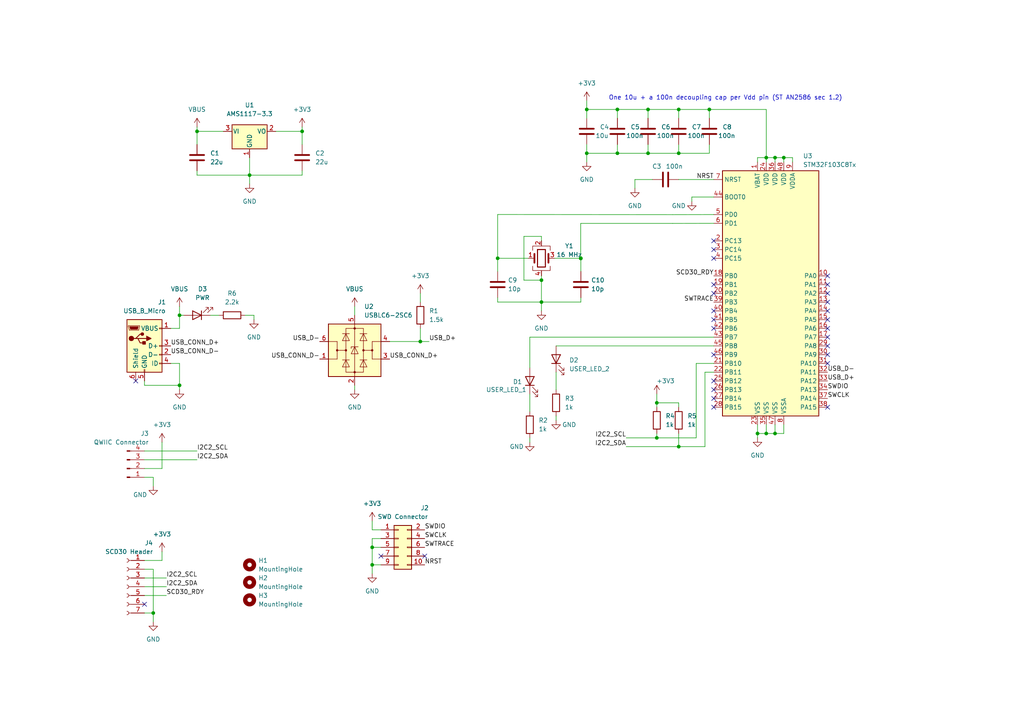
<source format=kicad_sch>
(kicad_sch (version 20211123) (generator eeschema)
  (paper "A4")
  (lib_symbols
    (symbol "Connector:Conn_01x04_Male" (pin_names (offset 1.016) hide)
      (property "Reference" "J" (at 0 5.08 0))
      (property "Value" "Conn_01x04_Male" (at 0 -7.62 0))
      (symbol "Conn_01x04_Male_1_1"
        (polyline (pts (xy 1.27 -5.08) (xy 0.8636 -5.08)) (stroke (width 0.1524)))
        (polyline (pts (xy 1.27 -2.54) (xy 0.8636 -2.54)) (stroke (width 0.1524)))
        (polyline (pts (xy 1.27 0) (xy 0.8636 0)) (stroke (width 0.1524)))
        (polyline (pts (xy 1.27 2.54) (xy 0.8636 2.54)) (stroke (width 0.1524)))
        (rectangle (start 0.8636 -4.953) (end 0 -5.207) (stroke (width 0.1524)) (fill (type outline)))
        (rectangle (start 0.8636 -2.413) (end 0 -2.667) (stroke (width 0.1524)) (fill (type outline)))
        (rectangle (start 0.8636 0.127) (end 0 -0.127) (stroke (width 0.1524)) (fill (type outline)))
        (rectangle (start 0.8636 2.667) (end 0 2.413) (stroke (width 0.1524)) (fill (type outline)))
        (pin passive line (at 5.08 2.54 180) (length 3.81) (name "Pin_1") (number "1"))
        (pin passive line (at 5.08 0 180) (length 3.81) (name "Pin_2") (number "2"))
        (pin passive line (at 5.08 -2.54 180) (length 3.81) (name "Pin_3") (number "3"))
        (pin passive line (at 5.08 -5.08 180) (length 3.81) (name "Pin_4") (number "4"))
      )
    )
    (symbol "Connector:Conn_01x07_Female" (pin_names (offset 1.016) hide)
      (property "Reference" "J" (at 0 10.16 0))
      (property "Value" "Conn_01x07_Female" (at 0 -10.16 0))
      (symbol "Conn_01x07_Female_1_1"
        (arc (start 0 -7.112) (mid -0.508 -7.62) (end 0 -8.128) (stroke (width 0.1524)))
        (arc (start 0 -4.572) (mid -0.508 -5.08) (end 0 -5.588) (stroke (width 0.1524)))
        (arc (start 0 -2.032) (mid -0.508 -2.54) (end 0 -3.048) (stroke (width 0.1524)))
        (polyline (pts (xy -1.27 -7.62) (xy -0.508 -7.62)) (stroke (width 0.1524)))
        (polyline (pts (xy -1.27 -5.08) (xy -0.508 -5.08)) (stroke (width 0.1524)))
        (polyline (pts (xy -1.27 -2.54) (xy -0.508 -2.54)) (stroke (width 0.1524)))
        (polyline (pts (xy -1.27 0) (xy -0.508 0)) (stroke (width 0.1524)))
        (polyline (pts (xy -1.27 2.54) (xy -0.508 2.54)) (stroke (width 0.1524)))
        (polyline (pts (xy -1.27 5.08) (xy -0.508 5.08)) (stroke (width 0.1524)))
        (polyline (pts (xy -1.27 7.62) (xy -0.508 7.62)) (stroke (width 0.1524)))
        (arc (start 0 0.508) (mid -0.508 0) (end 0 -0.508) (stroke (width 0.1524)))
        (arc (start 0 3.048) (mid -0.508 2.54) (end 0 2.032) (stroke (width 0.1524)))
        (arc (start 0 5.588) (mid -0.508 5.08) (end 0 4.572) (stroke (width 0.1524)))
        (arc (start 0 8.128) (mid -0.508 7.62) (end 0 7.112) (stroke (width 0.1524)))
        (pin passive line (at -5.08 7.62 0) (length 3.81) (name "Pin_1") (number "1"))
        (pin passive line (at -5.08 5.08 0) (length 3.81) (name "Pin_2") (number "2"))
        (pin passive line (at -5.08 2.54 0) (length 3.81) (name "Pin_3") (number "3"))
        (pin passive line (at -5.08 0 0) (length 3.81) (name "Pin_4") (number "4"))
        (pin passive line (at -5.08 -2.54 0) (length 3.81) (name "Pin_5") (number "5"))
        (pin passive line (at -5.08 -5.08 0) (length 3.81) (name "Pin_6") (number "6"))
        (pin passive line (at -5.08 -7.62 0) (length 3.81) (name "Pin_7") (number "7"))
      )
    )
    (symbol "Connector:USB_B_Micro" (pin_names (offset 1.016))
      (property "Reference" "J" (at -5.08 11.43 0))
      (property "Value" "USB_B_Micro" (at -5.08 8.89 0))
      (symbol "USB_B_Micro_0_1"
        (rectangle (start -5.08 -7.62) (end 5.08 7.62) (stroke (width 0.254)) (fill (type background)))
        (circle (center -3.81 2.159) (radius 0.635) (stroke (width 0.254)) (fill (type outline)))
        (circle (center -0.635 3.429) (radius 0.381) (stroke (width 0.254)) (fill (type outline)))
        (rectangle (start -0.127 -7.62) (end 0.127 -6.858))
        (polyline (pts (xy -1.905 2.159) (xy 0.635 2.159)) (stroke (width 0.254)))
        (polyline (pts (xy -3.175 2.159) (xy -2.54 2.159) (xy -1.27 3.429) (xy -0.635 3.429)) (stroke (width 0.254)))
        (polyline (pts (xy -2.54 2.159) (xy -1.905 2.159) (xy -1.27 0.889) (xy 0 0.889)) (stroke (width 0.254)))
        (polyline (pts (xy 0.635 2.794) (xy 0.635 1.524) (xy 1.905 2.159) (xy 0.635 2.794)) (stroke (width 0.254)) (fill (type outline)))
        (polyline (pts (xy -4.318 5.588) (xy -1.778 5.588) (xy -2.032 4.826) (xy -4.064 4.826) (xy -4.318 5.588)) (fill (type outline)))
        (polyline (pts (xy -4.699 5.842) (xy -4.699 5.588) (xy -4.445 4.826) (xy -4.445 4.572) (xy -1.651 4.572) (xy -1.651 4.826) (xy -1.397 5.588) (xy -1.397 5.842) (xy -4.699 5.842)))
        (rectangle (start 0.254 1.27) (end -0.508 0.508) (stroke (width 0.254)) (fill (type outline)))
        (rectangle (start 5.08 -5.207) (end 4.318 -4.953))
        (rectangle (start 5.08 -2.667) (end 4.318 -2.413))
        (rectangle (start 5.08 -0.127) (end 4.318 0.127))
        (rectangle (start 5.08 4.953) (end 4.318 5.207))
      )
      (symbol "USB_B_Micro_1_1"
        (pin power_out line (at 7.62 5.08 180) (length 2.54) (name "VBUS") (number "1"))
        (pin bidirectional line (at 7.62 -2.54 180) (length 2.54) (name "D-") (number "2"))
        (pin bidirectional line (at 7.62 0 180) (length 2.54) (name "D+") (number "3"))
        (pin passive line (at 7.62 -5.08 180) (length 2.54) (name "ID") (number "4"))
        (pin power_out line (at 0 -10.16 90) (length 2.54) (name "GND") (number "5"))
        (pin passive line (at -2.54 -10.16 90) (length 2.54) (name "Shield") (number "6"))
      )
    )
    (symbol "Connector_Generic:Conn_02x05_Odd_Even" (pin_names (offset 1.016) hide)
      (property "Reference" "J" (at 1.27 7.62 0))
      (property "Value" "Conn_02x05_Odd_Even" (at 1.27 -7.62 0))
      (symbol "Conn_02x05_Odd_Even_1_1"
        (rectangle (start -1.27 -4.953) (end 0 -5.207) (stroke (width 0.1524)))
        (rectangle (start -1.27 -2.413) (end 0 -2.667) (stroke (width 0.1524)))
        (rectangle (start -1.27 0.127) (end 0 -0.127) (stroke (width 0.1524)))
        (rectangle (start -1.27 2.667) (end 0 2.413) (stroke (width 0.1524)))
        (rectangle (start -1.27 5.207) (end 0 4.953) (stroke (width 0.1524)))
        (rectangle (start -1.27 6.35) (end 3.81 -6.35) (stroke (width 0.254)) (fill (type background)))
        (rectangle (start 3.81 -4.953) (end 2.54 -5.207) (stroke (width 0.1524)))
        (rectangle (start 3.81 -2.413) (end 2.54 -2.667) (stroke (width 0.1524)))
        (rectangle (start 3.81 0.127) (end 2.54 -0.127) (stroke (width 0.1524)))
        (rectangle (start 3.81 2.667) (end 2.54 2.413) (stroke (width 0.1524)))
        (rectangle (start 3.81 5.207) (end 2.54 4.953) (stroke (width 0.1524)))
        (pin passive line (at -5.08 5.08 0) (length 3.81) (name "Pin_1") (number "1"))
        (pin passive line (at 7.62 -5.08 180) (length 3.81) (name "Pin_10") (number "10"))
        (pin passive line (at 7.62 5.08 180) (length 3.81) (name "Pin_2") (number "2"))
        (pin passive line (at -5.08 2.54 0) (length 3.81) (name "Pin_3") (number "3"))
        (pin passive line (at 7.62 2.54 180) (length 3.81) (name "Pin_4") (number "4"))
        (pin passive line (at -5.08 0 0) (length 3.81) (name "Pin_5") (number "5"))
        (pin passive line (at 7.62 0 180) (length 3.81) (name "Pin_6") (number "6"))
        (pin passive line (at -5.08 -2.54 0) (length 3.81) (name "Pin_7") (number "7"))
        (pin passive line (at 7.62 -2.54 180) (length 3.81) (name "Pin_8") (number "8"))
        (pin passive line (at -5.08 -5.08 0) (length 3.81) (name "Pin_9") (number "9"))
      )
    )
    (symbol "Device:C" (pin_numbers hide) (pin_names (offset 0.254))
      (property "Reference" "C" (at 0.635 2.54 0))
      (property "Value" "C" (at 0.635 -2.54 0))
      (symbol "C_0_1"
        (polyline (pts (xy -2.032 -0.762) (xy 2.032 -0.762)) (stroke (width 0.508)))
        (polyline (pts (xy -2.032 0.762) (xy 2.032 0.762)) (stroke (width 0.508)))
      )
      (symbol "C_1_1"
        (pin passive line (at 0 3.81 270) (length 2.794) (name "~") (number "1"))
        (pin passive line (at 0 -3.81 90) (length 2.794) (name "~") (number "2"))
      )
    )
    (symbol "Device:Crystal_GND24" (pin_names (offset 1.016) hide)
      (property "Reference" "Y" (at 3.175 5.08 0))
      (property "Value" "Crystal_GND24" (at 3.175 3.175 0))
      (symbol "Crystal_GND24_0_1"
        (rectangle (start -1.143 2.54) (end 1.143 -2.54) (stroke (width 0.3048)))
        (polyline (pts (xy -2.54 0) (xy -2.032 0)))
        (polyline (pts (xy -2.032 -1.27) (xy -2.032 1.27)) (stroke (width 0.508)))
        (polyline (pts (xy 0 -3.81) (xy 0 -3.556)))
        (polyline (pts (xy 0 3.556) (xy 0 3.81)))
        (polyline (pts (xy 2.032 -1.27) (xy 2.032 1.27)) (stroke (width 0.508)))
        (polyline (pts (xy 2.032 0) (xy 2.54 0)))
        (polyline (pts (xy -2.54 -2.286) (xy -2.54 -3.556) (xy 2.54 -3.556) (xy 2.54 -2.286)))
        (polyline (pts (xy -2.54 2.286) (xy -2.54 3.556) (xy 2.54 3.556) (xy 2.54 2.286)))
      )
      (symbol "Crystal_GND24_1_1"
        (pin passive line (at -3.81 0 0) (length 1.27) (name "1") (number "1"))
        (pin passive line (at 0 5.08 270) (length 1.27) (name "2") (number "2"))
        (pin passive line (at 3.81 0 180) (length 1.27) (name "3") (number "3"))
        (pin passive line (at 0 -5.08 90) (length 1.27) (name "4") (number "4"))
      )
    )
    (symbol "Device:LED" (pin_numbers hide) (pin_names (offset 1.016) hide)
      (property "Reference" "D" (at 0 2.54 0))
      (property "Value" "LED" (at 0 -2.54 0))
      (symbol "LED_0_1"
        (polyline (pts (xy -1.27 -1.27) (xy -1.27 1.27)) (stroke (width 0.254)))
        (polyline (pts (xy -1.27 0) (xy 1.27 0)))
        (polyline (pts (xy 1.27 -1.27) (xy 1.27 1.27) (xy -1.27 0) (xy 1.27 -1.27)) (stroke (width 0.254)))
        (polyline (pts (xy -3.048 -0.762) (xy -4.572 -2.286) (xy -3.81 -2.286) (xy -4.572 -2.286) (xy -4.572 -1.524)))
        (polyline (pts (xy -1.778 -0.762) (xy -3.302 -2.286) (xy -2.54 -2.286) (xy -3.302 -2.286) (xy -3.302 -1.524)))
      )
      (symbol "LED_1_1"
        (pin passive line (at -3.81 0 0) (length 2.54) (name "K") (number "1"))
        (pin passive line (at 3.81 0 180) (length 2.54) (name "A") (number "2"))
      )
    )
    (symbol "Device:R" (pin_numbers hide) (pin_names (offset 0))
      (property "Reference" "R" (at 2.032 0 90))
      (property "Value" "R" (at 0 0 90))
      (symbol "R_0_1"
        (rectangle (start -1.016 -2.54) (end 1.016 2.54) (stroke (width 0.254)))
      )
      (symbol "R_1_1"
        (pin passive line (at 0 3.81 270) (length 1.27) (name "~") (number "1"))
        (pin passive line (at 0 -3.81 90) (length 1.27) (name "~") (number "2"))
      )
    )
    (symbol "MCU_ST_STM32F1:STM32F103C8Tx"
      (property "Reference" "U" (at -15.24 36.83 0))
      (property "Value" "STM32F103C8Tx" (at 7.62 36.83 0))
      (symbol "STM32F103C8Tx_0_1"
        (rectangle (start -15.24 -35.56) (end 12.7 35.56) (stroke (width 0.254)) (fill (type background)))
      )
      (symbol "STM32F103C8Tx_1_1"
        (pin power_in line (at -5.08 38.1 270) (length 2.54) (name "VBAT") (number "1"))
        (pin bidirectional line (at 15.24 5.08 180) (length 2.54) (name "PA0") (number "10"))
        (pin bidirectional line (at 15.24 2.54 180) (length 2.54) (name "PA1") (number "11"))
        (pin bidirectional line (at 15.24 0 180) (length 2.54) (name "PA2") (number "12"))
        (pin bidirectional line (at 15.24 -2.54 180) (length 2.54) (name "PA3") (number "13"))
        (pin bidirectional line (at 15.24 -5.08 180) (length 2.54) (name "PA4") (number "14"))
        (pin bidirectional line (at 15.24 -7.62 180) (length 2.54) (name "PA5") (number "15"))
        (pin bidirectional line (at 15.24 -10.16 180) (length 2.54) (name "PA6") (number "16"))
        (pin bidirectional line (at 15.24 -12.7 180) (length 2.54) (name "PA7") (number "17"))
        (pin bidirectional line (at -17.78 5.08 0) (length 2.54) (name "PB0") (number "18"))
        (pin bidirectional line (at -17.78 2.54 0) (length 2.54) (name "PB1") (number "19"))
        (pin bidirectional line (at -17.78 15.24 0) (length 2.54) (name "PC13") (number "2"))
        (pin bidirectional line (at -17.78 0 0) (length 2.54) (name "PB2") (number "20"))
        (pin bidirectional line (at -17.78 -20.32 0) (length 2.54) (name "PB10") (number "21"))
        (pin bidirectional line (at -17.78 -22.86 0) (length 2.54) (name "PB11") (number "22"))
        (pin power_in line (at -5.08 -38.1 90) (length 2.54) (name "VSS") (number "23"))
        (pin power_in line (at -2.54 38.1 270) (length 2.54) (name "VDD") (number "24"))
        (pin bidirectional line (at -17.78 -25.4 0) (length 2.54) (name "PB12") (number "25"))
        (pin bidirectional line (at -17.78 -27.94 0) (length 2.54) (name "PB13") (number "26"))
        (pin bidirectional line (at -17.78 -30.48 0) (length 2.54) (name "PB14") (number "27"))
        (pin bidirectional line (at -17.78 -33.02 0) (length 2.54) (name "PB15") (number "28"))
        (pin bidirectional line (at 15.24 -15.24 180) (length 2.54) (name "PA8") (number "29"))
        (pin bidirectional line (at -17.78 12.7 0) (length 2.54) (name "PC14") (number "3"))
        (pin bidirectional line (at 15.24 -17.78 180) (length 2.54) (name "PA9") (number "30"))
        (pin bidirectional line (at 15.24 -20.32 180) (length 2.54) (name "PA10") (number "31"))
        (pin bidirectional line (at 15.24 -22.86 180) (length 2.54) (name "PA11") (number "32"))
        (pin bidirectional line (at 15.24 -25.4 180) (length 2.54) (name "PA12") (number "33"))
        (pin bidirectional line (at 15.24 -27.94 180) (length 2.54) (name "PA13") (number "34"))
        (pin power_in line (at -2.54 -38.1 90) (length 2.54) (name "VSS") (number "35"))
        (pin power_in line (at 0 38.1 270) (length 2.54) (name "VDD") (number "36"))
        (pin bidirectional line (at 15.24 -30.48 180) (length 2.54) (name "PA14") (number "37"))
        (pin bidirectional line (at 15.24 -33.02 180) (length 2.54) (name "PA15") (number "38"))
        (pin bidirectional line (at -17.78 -2.54 0) (length 2.54) (name "PB3") (number "39"))
        (pin bidirectional line (at -17.78 10.16 0) (length 2.54) (name "PC15") (number "4"))
        (pin bidirectional line (at -17.78 -5.08 0) (length 2.54) (name "PB4") (number "40"))
        (pin bidirectional line (at -17.78 -7.62 0) (length 2.54) (name "PB5") (number "41"))
        (pin bidirectional line (at -17.78 -10.16 0) (length 2.54) (name "PB6") (number "42"))
        (pin bidirectional line (at -17.78 -12.7 0) (length 2.54) (name "PB7") (number "43"))
        (pin input line (at -17.78 27.94 0) (length 2.54) (name "BOOT0") (number "44"))
        (pin bidirectional line (at -17.78 -15.24 0) (length 2.54) (name "PB8") (number "45"))
        (pin bidirectional line (at -17.78 -17.78 0) (length 2.54) (name "PB9") (number "46"))
        (pin power_in line (at 0 -38.1 90) (length 2.54) (name "VSS") (number "47"))
        (pin power_in line (at 2.54 38.1 270) (length 2.54) (name "VDD") (number "48"))
        (pin input line (at -17.78 22.86 0) (length 2.54) (name "PD0") (number "5"))
        (pin input line (at -17.78 20.32 0) (length 2.54) (name "PD1") (number "6"))
        (pin input line (at -17.78 33.02 0) (length 2.54) (name "NRST") (number "7"))
        (pin power_in line (at 2.54 -38.1 90) (length 2.54) (name "VSSA") (number "8"))
        (pin power_in line (at 5.08 38.1 270) (length 2.54) (name "VDDA") (number "9"))
      )
    )
    (symbol "Mechanical:MountingHole" (pin_names (offset 1.016))
      (property "Reference" "H" (at 0 5.08 0))
      (property "Value" "MountingHole" (at 0 3.175 0))
      (symbol "MountingHole_0_1"
        (circle (center 0 0) (radius 1.27) (stroke (width 1.27)))
      )
    )
    (symbol "Power_Protection:USBLC6-2SC6" (pin_names hide)
      (property "Reference" "U" (at 2.54 8.89 0))
      (property "Value" "USBLC6-2SC6" (at 2.54 -8.89 0))
      (symbol "USBLC6-2SC6_0_1"
        (rectangle (start -7.62 -7.62) (end 7.62 7.62) (stroke (width 0.254)) (fill (type background)))
        (circle (center -5.08 0) (radius 0.254) (fill (type outline)))
        (circle (center -2.54 0) (radius 0.254) (fill (type outline)))
        (rectangle (start -2.54 6.35) (end 2.54 -6.35))
        (circle (center 0 -6.35) (radius 0.254) (fill (type outline)))
        (polyline (pts (xy -5.08 -2.54) (xy -7.62 -2.54)))
        (polyline (pts (xy -5.08 0) (xy -5.08 -2.54)))
        (polyline (pts (xy -5.08 2.54) (xy -7.62 2.54)))
        (polyline (pts (xy -1.524 -2.794) (xy -3.556 -2.794)))
        (polyline (pts (xy -1.524 4.826) (xy -3.556 4.826)))
        (polyline (pts (xy 0 -7.62) (xy 0 -6.35)))
        (polyline (pts (xy 0 -6.35) (xy 0 1.27)))
        (polyline (pts (xy 0 1.27) (xy 0 6.35)))
        (polyline (pts (xy 0 6.35) (xy 0 7.62)))
        (polyline (pts (xy 1.524 -2.794) (xy 3.556 -2.794)))
        (polyline (pts (xy 1.524 4.826) (xy 3.556 4.826)))
        (polyline (pts (xy 5.08 -2.54) (xy 7.62 -2.54)))
        (polyline (pts (xy 5.08 0) (xy 5.08 -2.54)))
        (polyline (pts (xy 5.08 2.54) (xy 7.62 2.54)))
        (polyline (pts (xy -2.54 0) (xy -5.08 0) (xy -5.08 2.54)))
        (polyline (pts (xy 2.54 0) (xy 5.08 0) (xy 5.08 2.54)))
        (polyline (pts (xy -3.556 -4.826) (xy -1.524 -4.826) (xy -2.54 -2.794) (xy -3.556 -4.826)))
        (polyline (pts (xy -3.556 2.794) (xy -1.524 2.794) (xy -2.54 4.826) (xy -3.556 2.794)))
        (polyline (pts (xy -1.016 -1.016) (xy 1.016 -1.016) (xy 0 1.016) (xy -1.016 -1.016)))
        (polyline (pts (xy 1.016 1.016) (xy 0.762 1.016) (xy -1.016 1.016) (xy -1.016 0.508)))
        (polyline (pts (xy 3.556 -4.826) (xy 1.524 -4.826) (xy 2.54 -2.794) (xy 3.556 -4.826)))
        (polyline (pts (xy 3.556 2.794) (xy 1.524 2.794) (xy 2.54 4.826) (xy 3.556 2.794)))
        (circle (center 0 6.35) (radius 0.254) (fill (type outline)))
        (circle (center 2.54 0) (radius 0.254) (fill (type outline)))
        (circle (center 5.08 0) (radius 0.254) (fill (type outline)))
      )
      (symbol "USBLC6-2SC6_1_1"
        (pin passive line (at -10.16 -2.54 0) (length 2.54) (name "I/O1") (number "1"))
        (pin passive line (at 0 -10.16 90) (length 2.54) (name "GND") (number "2"))
        (pin passive line (at 10.16 -2.54 180) (length 2.54) (name "I/O2") (number "3"))
        (pin passive line (at 10.16 2.54 180) (length 2.54) (name "I/O2") (number "4"))
        (pin passive line (at 0 10.16 270) (length 2.54) (name "VBUS") (number "5"))
        (pin passive line (at -10.16 2.54 0) (length 2.54) (name "I/O1") (number "6"))
      )
    )
    (symbol "Regulator_Linear:AMS1117-3.3" (pin_names (offset 0.254))
      (property "Reference" "U" (at -3.81 3.175 0))
      (property "Value" "AMS1117-3.3" (at 0 3.175 0))
      (symbol "AMS1117-3.3_0_1"
        (rectangle (start -5.08 -5.08) (end 5.08 1.905) (stroke (width 0.254)) (fill (type background)))
      )
      (symbol "AMS1117-3.3_1_1"
        (pin power_in line (at 0 -7.62 90) (length 2.54) (name "GND") (number "1"))
        (pin power_out line (at 7.62 0 180) (length 2.54) (name "VO") (number "2"))
        (pin power_in line (at -7.62 0 0) (length 2.54) (name "VI") (number "3"))
      )
    )
    (symbol "power:+3V3" (power) (pin_names (offset 0))
      (property "Value" "+3V3" (at 0 3.556 0))
      (symbol "+3V3_0_1"
        (polyline (pts (xy -0.762 1.27) (xy 0 2.54)))
        (polyline (pts (xy 0 0) (xy 0 2.54)))
        (polyline (pts (xy 0 2.54) (xy 0.762 1.27)))
      )
      (symbol "+3V3_1_1"
        (pin power_in line (at 0 0 90) (length 0) hide (name "+3V3") (number "1"))
      )
    )
    (symbol "power:GND" (power) (pin_names (offset 0))
      (property "Value" "GND" (at 0 -3.81 0))
      (symbol "GND_0_1"
        (polyline (pts (xy 0 0) (xy 0 -1.27) (xy 1.27 -1.27) (xy 0 -2.54) (xy -1.27 -1.27) (xy 0 -1.27)))
      )
      (symbol "GND_1_1"
        (pin power_in line (at 0 0 270) (length 0) hide (name "GND") (number "1"))
      )
    )
    (symbol "power:VBUS" (power) (pin_names (offset 0))
      (property "Value" "VBUS" (at 0 3.81 0))
      (symbol "VBUS_0_1"
        (polyline (pts (xy -0.762 1.27) (xy 0 2.54)))
        (polyline (pts (xy 0 0) (xy 0 2.54)))
        (polyline (pts (xy 0 2.54) (xy 0.762 1.27)))
      )
      (symbol "VBUS_1_1"
        (pin power_in line (at 0 0 90) (length 0) hide (name "VBUS") (number "1"))
      )
    )
  )
  (junction (at 187.96 31.75))
  (junction (at 190.5 127))
  (junction (at 222.25 45.72))
  (junction (at 219.71 125.73))
  (junction (at 196.85 129.54))
  (junction (at 44.45 177.8))
  (junction (at 187.96 44.45))
  (junction (at 170.18 44.45))
  (junction (at 168.47 74.9125))
  (junction (at 121.92 99.06))
  (junction (at 170.18 31.75))
  (junction (at 157.04 87.6125))
  (junction (at 52.07 91.44))
  (junction (at 179.07 31.75))
  (junction (at 144.34 74.9125))
  (junction (at 72.39 50.8))
  (junction (at 224.79 125.73))
  (junction (at 224.79 45.72))
  (junction (at 52.07 111.76))
  (junction (at 57.15 38.1))
  (junction (at 227.33 45.72))
  (junction (at 107.95 158.75))
  (junction (at 205.74 31.75))
  (junction (at 168.4291 74.958))
  (junction (at 222.25 125.73))
  (junction (at 196.85 31.75))
  (junction (at 190.5 116.84))
  (junction (at 87.63 38.1))
  (junction (at 157.04 81.2625))
  (junction (at 107.95 163.83))
  (junction (at 196.85 44.45))
  (junction (at 179.07 44.45))
  (no_connect (at 110.49 161.29))
  (no_connect (at 207.01 74.93))
  (no_connect (at 240.03 118.11))
  (no_connect (at 240.03 90.17))
  (no_connect (at 39.37 110.49))
  (no_connect (at 123.19 161.29))
  (no_connect (at 207.01 72.39))
  (no_connect (at 240.03 102.87))
  (no_connect (at 207.01 115.57))
  (no_connect (at 207.01 90.17))
  (no_connect (at 240.03 100.33))
  (no_connect (at 240.03 80.01))
  (no_connect (at 240.03 105.41))
  (no_connect (at 240.03 87.63))
  (no_connect (at 207.01 95.25))
  (no_connect (at 240.03 92.71))
  (no_connect (at 207.01 85.09))
  (no_connect (at 41.91 175.26))
  (no_connect (at 240.03 85.09))
  (no_connect (at 207.01 82.55))
  (no_connect (at 240.03 82.55))
  (no_connect (at 207.01 113.03))
  (no_connect (at 207.01 102.87))
  (no_connect (at 207.01 92.71))
  (no_connect (at 240.03 95.25))
  (no_connect (at 207.01 110.49))
  (no_connect (at 207.01 118.11))
  (no_connect (at 240.03 97.79))
  (no_connect (at 207.01 69.85))
  (wire (pts (xy 121.92 85.09) (xy 121.92 87.63)))
  (wire (pts (xy 73.66 91.44) (xy 71.12 91.44)))
  (wire (pts (xy 170.18 31.75) (xy 170.18 34.29)))
  (wire (pts (xy 46.99 162.56) (xy 41.91 162.56)))
  (wire (pts (xy 168.47 87.6125) (xy 168.47 86.3425)))
  (wire (pts (xy 107.95 153.67) (xy 110.49 153.67)))
  (wire (pts (xy 179.07 41.91) (xy 179.07 44.45)))
  (wire (pts (xy 44.45 140.97) (xy 44.45 138.43)))
  (wire (pts (xy 170.18 31.75) (xy 179.07 31.75)))
  (wire (pts (xy 121.92 99.06) (xy 113.03 99.06)))
  (wire (pts (xy 44.45 177.8) (xy 41.91 177.8)))
  (wire (pts (xy 204.47 129.54) (xy 196.85 129.54)))
  (wire (pts (xy 168.47 74.9125) (xy 168.47 78.7225)))
  (wire (pts (xy 205.74 31.75) (xy 205.74 34.29)))
  (wire (pts (xy 157.04 87.6125) (xy 168.47 87.6125)))
  (wire (pts (xy 229.87 45.72) (xy 229.87 46.99)))
  (wire (pts (xy 224.79 125.73) (xy 227.33 125.73)))
  (wire (pts (xy 52.07 91.44) (xy 52.07 95.25)))
  (wire (pts (xy 107.95 166.37) (xy 107.95 163.83)))
  (wire (pts (xy 190.5 125.73) (xy 190.5 127)))
  (wire (pts (xy 52.07 105.41) (xy 52.07 111.76)))
  (wire (pts (xy 187.96 44.45) (xy 196.85 44.45)))
  (wire (pts (xy 187.96 31.75) (xy 196.85 31.75)))
  (wire (pts (xy 72.39 50.8) (xy 72.39 53.34)))
  (wire (pts (xy 87.63 36.83) (xy 87.63 38.1)))
  (wire (pts (xy 52.07 111.76) (xy 52.07 113.03)))
  (wire (pts (xy 44.45 165.1) (xy 44.45 177.8)))
  (wire (pts (xy 57.15 36.83) (xy 57.15 38.1)))
  (wire (pts (xy 57.15 38.1) (xy 64.77 38.1)))
  (wire (pts (xy 196.85 52.07) (xy 207.01 52.07)))
  (wire (pts (xy 153.67 97.79) (xy 207.01 97.79)))
  (wire (pts (xy 144.34 86.3425) (xy 144.34 87.6125)))
  (wire (pts (xy 87.63 50.8) (xy 87.63 49.53)))
  (wire (pts (xy 227.33 45.72) (xy 229.87 45.72)))
  (wire (pts (xy 187.96 31.75) (xy 187.96 34.29)))
  (wire (pts (xy 124.46 99.06) (xy 121.92 99.06)))
  (wire (pts (xy 196.85 31.75) (xy 196.85 34.29)))
  (wire (pts (xy 196.85 129.54) (xy 181.61 129.54)))
  (wire (pts (xy 144.34 62.2125) (xy 144.34 74.9125)))
  (wire (pts (xy 57.15 49.53) (xy 57.15 50.8)))
  (wire (pts (xy 153.67 114.3) (xy 153.67 119.38)))
  (wire (pts (xy 222.25 45.72) (xy 224.79 45.72)))
  (wire (pts (xy 107.95 158.75) (xy 110.49 158.75)))
  (wire (pts (xy 205.74 31.75) (xy 222.25 31.75)))
  (wire (pts (xy 44.45 180.34) (xy 44.45 177.8)))
  (wire (pts (xy 168.47 74.9125) (xy 168.4291 74.958)))
  (wire (pts (xy 196.85 41.91) (xy 196.85 44.45)))
  (wire (pts (xy 41.91 130.81) (xy 57.15 130.81)))
  (wire (pts (xy 49.53 105.41) (xy 52.07 105.41)))
  (wire (pts (xy 161.29 107.95) (xy 161.29 113.03)))
  (wire (pts (xy 102.87 111.76) (xy 102.87 113.03)))
  (wire (pts (xy 160.85 74.9125) (xy 168.47 74.9125)))
  (wire (pts (xy 184.15 52.07) (xy 189.23 52.07)))
  (wire (pts (xy 157.04 68.5625) (xy 151.96 68.5625)))
  (wire (pts (xy 207.01 105.41) (xy 201.93 105.41)))
  (wire (pts (xy 153.23 74.9125) (xy 144.34 74.9125)))
  (wire (pts (xy 219.71 125.73) (xy 222.25 125.73)))
  (wire (pts (xy 195.0991 64.798) (xy 207.01 64.77)))
  (wire (pts (xy 41.91 170.18) (xy 48.26 170.18)))
  (wire (pts (xy 151.96 68.5625) (xy 151.96 81.2625)))
  (wire (pts (xy 144.34 74.9125) (xy 144.34 78.7225)))
  (wire (pts (xy 190.5 116.84) (xy 190.5 118.11)))
  (wire (pts (xy 168.4291 64.798) (xy 195.0991 64.798)))
  (wire (pts (xy 224.79 45.72) (xy 227.33 45.72)))
  (wire (pts (xy 224.79 123.19) (xy 224.79 125.73)))
  (wire (pts (xy 107.95 156.21) (xy 110.49 156.21)))
  (wire (pts (xy 41.91 165.1) (xy 44.45 165.1)))
  (wire (pts (xy 46.99 160.02) (xy 46.99 162.56)))
  (wire (pts (xy 153.67 127) (xy 153.67 128.27)))
  (wire (pts (xy 161.29 120.65) (xy 161.29 121.92)))
  (wire (pts (xy 157.04 69.8325) (xy 157.04 68.5625)))
  (wire (pts (xy 87.63 38.1) (xy 87.63 41.91)))
  (wire (pts (xy 204.47 107.95) (xy 204.47 129.54)))
  (wire (pts (xy 195.0991 62.258) (xy 144.34 62.2125)))
  (wire (pts (xy 222.25 45.72) (xy 219.71 45.72)))
  (wire (pts (xy 107.95 151.13) (xy 107.95 153.67)))
  (wire (pts (xy 46.99 128.27) (xy 46.99 135.89)))
  (wire (pts (xy 72.39 45.72) (xy 72.39 50.8)))
  (wire (pts (xy 196.85 44.45) (xy 205.74 44.45)))
  (wire (pts (xy 227.33 125.73) (xy 227.33 123.19)))
  (wire (pts (xy 190.5 127) (xy 181.61 127)))
  (wire (pts (xy 170.18 44.45) (xy 179.07 44.45)))
  (wire (pts (xy 52.07 91.44) (xy 53.34 91.44)))
  (wire (pts (xy 170.18 44.45) (xy 170.18 46.99)))
  (wire (pts (xy 44.45 138.43) (xy 41.91 138.43)))
  (wire (pts (xy 144.34 87.6125) (xy 157.04 87.6125)))
  (wire (pts (xy 161.29 100.33) (xy 207.01 100.33)))
  (wire (pts (xy 72.39 50.8) (xy 87.63 50.8)))
  (wire (pts (xy 153.67 106.68) (xy 153.67 97.79)))
  (wire (pts (xy 196.85 31.75) (xy 205.74 31.75)))
  (wire (pts (xy 196.85 116.84) (xy 196.85 118.11)))
  (wire (pts (xy 201.93 127) (xy 190.5 127)))
  (wire (pts (xy 222.25 123.19) (xy 222.25 125.73)))
  (wire (pts (xy 179.07 44.45) (xy 187.96 44.45)))
  (wire (pts (xy 184.15 54.61) (xy 184.15 52.07)))
  (wire (pts (xy 222.25 45.72) (xy 222.25 46.99)))
  (wire (pts (xy 179.07 31.75) (xy 187.96 31.75)))
  (wire (pts (xy 157.04 87.6125) (xy 157.04 90.1525)))
  (wire (pts (xy 46.99 135.89) (xy 41.91 135.89)))
  (wire (pts (xy 187.96 41.91) (xy 187.96 44.45)))
  (wire (pts (xy 107.95 163.83) (xy 107.95 158.75)))
  (wire (pts (xy 196.85 125.73) (xy 196.85 129.54)))
  (wire (pts (xy 200.66 57.15) (xy 207.01 57.15)))
  (wire (pts (xy 73.66 92.71) (xy 73.66 91.44)))
  (wire (pts (xy 121.92 95.25) (xy 121.92 99.06)))
  (wire (pts (xy 80.01 38.1) (xy 87.63 38.1)))
  (wire (pts (xy 168.4291 74.958) (xy 168.4291 64.798)))
  (wire (pts (xy 219.71 45.72) (xy 219.71 46.99)))
  (wire (pts (xy 227.33 45.72) (xy 227.33 46.99)))
  (wire (pts (xy 107.95 158.75) (xy 107.95 156.21)))
  (wire (pts (xy 200.66 58.42) (xy 200.66 57.15)))
  (wire (pts (xy 52.07 88.9) (xy 52.07 91.44)))
  (wire (pts (xy 205.74 44.45) (xy 205.74 41.91)))
  (wire (pts (xy 107.95 163.83) (xy 110.49 163.83)))
  (wire (pts (xy 170.18 41.91) (xy 170.18 44.45)))
  (wire (pts (xy 157.04 79.9925) (xy 157.04 81.2625)))
  (wire (pts (xy 219.71 123.19) (xy 219.71 125.73)))
  (wire (pts (xy 179.07 31.75) (xy 179.07 34.29)))
  (wire (pts (xy 207.01 107.95) (xy 204.47 107.95)))
  (wire (pts (xy 201.93 105.41) (xy 201.93 127)))
  (wire (pts (xy 151.96 81.2625) (xy 157.04 81.2625)))
  (wire (pts (xy 41.91 172.72) (xy 48.26 172.72)))
  (wire (pts (xy 190.5 114.3) (xy 190.5 116.84)))
  (wire (pts (xy 224.79 45.72) (xy 224.79 46.99)))
  (wire (pts (xy 60.96 91.44) (xy 63.5 91.44)))
  (wire (pts (xy 41.91 167.64) (xy 48.26 167.64)))
  (wire (pts (xy 170.18 29.21) (xy 170.18 31.75)))
  (wire (pts (xy 102.87 88.9) (xy 102.87 91.44)))
  (wire (pts (xy 157.04 81.2625) (xy 157.04 87.6125)))
  (wire (pts (xy 222.25 31.75) (xy 222.25 45.72)))
  (wire (pts (xy 41.91 111.76) (xy 52.07 111.76)))
  (wire (pts (xy 57.15 50.8) (xy 72.39 50.8)))
  (wire (pts (xy 41.91 133.35) (xy 57.15 133.35)))
  (wire (pts (xy 219.71 125.73) (xy 219.71 127)))
  (wire (pts (xy 41.91 110.49) (xy 41.91 111.76)))
  (wire (pts (xy 190.5 116.84) (xy 196.85 116.84)))
  (wire (pts (xy 222.25 125.73) (xy 224.79 125.73)))
  (wire (pts (xy 57.15 41.91) (xy 57.15 38.1)))
  (wire (pts (xy 195.0991 62.258) (xy 207.01 62.23)))
  (wire (pts (xy 52.07 95.25) (xy 49.53 95.25)))
  (text "One 10u + a 100n decoupling cap per Vdd pin (ST AN2586 sec 1.2)" (at 176.53 29.21 0) (effects (font (size 1.27 1.27)) (justify left bottom)))
  (label "USB_CONN_D+" (at 113.03 104.14 0))
  (label "SWDIO" (at 240.03 113.03 0))
  (label "USB_CONN_D-" (at 49.53 102.87 0))
  (label "I2C2_SCL" (at 48.26 167.64 0))
  (label "SWCLK" (at 240.03 115.57 0))
  (label "USB_D+" (at 124.46 99.06 0))
  (label "I2C2_SCL" (at 57.15 130.81 0))
  (label "USB_D-" (at 92.71 99.06 180))
  (label "SWDIO" (at 123.19 153.67 0))
  (label "I2C2_SDA" (at 48.26 170.18 0))
  (label "SWTRACE" (at 123.19 158.75 0))
  (label "USB_D+" (at 240.03 110.49 0))
  (label "I2C2_SDA" (at 57.15 133.35 0))
  (label "NRST" (at 207.01 52.07 180))
  (label "I2C2_SDA" (at 181.61 129.54 180))
  (label "SCD30_RDY" (at 48.26 172.72 0))
  (label "USB_D-" (at 240.03 107.95 0))
  (label "NRST" (at 123.19 163.83 0))
  (label "I2C2_SCL" (at 181.61 127 180))
  (label "SWCLK" (at 123.19 156.21 0))
  (label "SCD30_RDY" (at 207.01 80.01 180))
  (label "USB_CONN_D+" (at 49.53 100.33 0))
  (label "SWTRACE" (at 207.01 87.63 180))
  (label "USB_CONN_D-" (at 92.71 104.14 180))
  (symbol (lib_id "Device:C") (at 193.04 52.07 90) (unit 1)
    (property "Reference" "C3" (at 190.5 48.26 90))
    (property "Value" "100n" (at 195.58 48.26 90))
    (property "Footprint" "Capacitor_SMD:C_0402_1005Metric" (effects hide))
  )
  (symbol (lib_id "power:GND") (at 184.15 54.61 0) (unit 1)
    (property "Reference" "#PWR017" (effects hide))
    (property "Value" "GND" (at 184.15 59.69 0))
  )
  (symbol (lib_id "power:GND") (at 107.95 166.37 0) (unit 1)
    (property "Reference" "#PWR012" (effects hide))
    (property "Value" "GND" (at 107.95 171.45 0))
  )
  (symbol (lib_id "Device:R") (at 161.29 116.84 0) (unit 1)
    (property "Reference" "R3" (at 163.83 115.5699 0) (effects (justify left)))
    (property "Value" "1k" (at 163.83 118.1099 0) (effects (justify left)))
    (property "Footprint" "Resistor_SMD:R_0402_1005Metric" (effects hide))
  )
  (symbol (lib_id "Device:R") (at 67.31 91.44 270) (unit 1)
    (property "Reference" "R6" (at 67.31 85.09 90))
    (property "Value" "2.2k" (at 67.31 87.63 90))
    (property "Footprint" "Resistor_SMD:R_0402_1005Metric" (effects hide))
  )
  (symbol (lib_id "power:+3V3") (at 121.92 85.09 0) (unit 1)
    (property "Reference" "#PWR09" (effects hide))
    (property "Value" "+3V3" (at 121.92 80.01 0))
  )
  (symbol (lib_id "power:GND") (at 73.66 92.71 0) (unit 1)
    (property "Reference" "#PWR022" (effects hide))
    (property "Value" "GND" (at 73.66 97.79 0))
  )
  (symbol (lib_id "Device:LED") (at 153.67 110.49 90) (unit 1)
    (property "Reference" "D1" (at 148.7546 110.7433 90) (effects (justify right)))
    (property "Value" "USER_LED_1" (at 140.97 113.03 90) (effects (justify right)))
    (property "Footprint" "LED_SMD:LED_0402_1005Metric" (effects hide))
  )
  (symbol (lib_id "power:+3V3") (at 46.99 160.02 0) (unit 1)
    (property "Reference" "#PWR04" (effects hide))
    (property "Value" "+3V3" (at 46.99 154.94 0))
  )
  (symbol (lib_id "power:+3V3") (at 190.5 114.3 0) (unit 1)
    (property "Reference" "#PWR019" (effects hide))
    (property "Value" "+3V3" (at 193.04 110.49 0))
  )
  (symbol (lib_id "power:GND") (at 170.18 46.99 0) (unit 1)
    (property "Reference" "#PWR015" (effects hide))
    (property "Value" "GND" (at 170.18 52.07 0))
  )
  (symbol (lib_id "Regulator_Linear:AMS1117-3.3") (at 72.39 38.1 0) (unit 1)
    (property "Reference" "U1" (at 72.39 30.48 0))
    (property "Value" "AMS1117-3.3" (at 72.39 33.02 0))
    (property "Footprint" "Package_TO_SOT_SMD:SOT-223-3_TabPin2" (effects hide))
    (property "Datasheet" "http://www.advanced-monolithic.com/pdf/ds1117.pdf" (effects hide))
  )
  (symbol (lib_id "power:GND") (at 52.07 113.03 0) (unit 1)
    (property "Reference" "#PWR06" (effects hide))
    (property "Value" "GND" (at 52.07 118.11 0))
  )
  (symbol (lib_id "Connector:USB_B_Micro") (at 41.91 100.33 0) (unit 1)
    (property "Reference" "J1" (at 46.99 87.63 0))
    (property "Value" "USB_B_Micro" (at 41.91 90.17 0))
    (property "Footprint" "Connector_USB:USB_Micro-B_Amphenol_10103594-0001LF_Horizontal" (effects hide))
  )
  (symbol (lib_id "Device:C") (at 168.47 82.5325 0) (unit 1)
    (property "Reference" "C10" (at 171.45 81.2624 0) (effects (justify left)))
    (property "Value" "10p" (at 171.45 83.8024 0) (effects (justify left)))
    (property "Footprint" "Capacitor_SMD:C_0402_1005Metric" (effects hide))
  )
  (symbol (lib_id "Device:R") (at 153.67 123.19 0) (unit 1)
    (property "Reference" "R2" (at 156.21 121.9199 0) (effects (justify left)))
    (property "Value" "1k" (at 156.21 124.4599 0) (effects (justify left)))
    (property "Footprint" "Resistor_SMD:R_0402_1005Metric" (effects hide))
  )
  (symbol (lib_id "Mechanical:MountingHole") (at 72.39 173.99 0) (unit 1)
    (property "Reference" "H3" (at 74.93 172.7199 0) (effects (justify left)))
    (property "Value" "MountingHole" (at 74.93 175.2599 0) (effects (justify left)))
    (property "Footprint" "MountingHole:MountingHole_2.2mm_M2" (effects hide))
  )
  (symbol (lib_id "Device:R") (at 190.5 121.92 0) (unit 1)
    (property "Reference" "R4" (at 193.04 120.6499 0) (effects (justify left)))
    (property "Value" "1k" (at 193.04 123.1899 0) (effects (justify left)))
    (property "Footprint" "Resistor_SMD:R_0402_1005Metric" (effects hide))
  )
  (symbol (lib_id "power:GND") (at 44.45 140.97 0) (unit 1)
    (property "Reference" "#PWR01" (effects hide))
    (property "Value" "GND" (at 40.64 143.51 0))
  )
  (symbol (lib_id "Device:C") (at 144.34 82.5325 0) (unit 1)
    (property "Reference" "C9" (at 147.32 81.2624 0) (effects (justify left)))
    (property "Value" "10p" (at 147.32 83.8024 0) (effects (justify left)))
    (property "Footprint" "Capacitor_SMD:C_0402_1005Metric" (effects hide))
  )
  (symbol (lib_id "power:GND") (at 200.66 58.42 0) (unit 1)
    (property "Reference" "#PWR020" (effects hide))
    (property "Value" "GND" (at 196.85 59.69 0))
  )
  (symbol (lib_id "power:GND") (at 219.71 127 0) (unit 1)
    (property "Reference" "#PWR021" (effects hide))
    (property "Value" "GND" (at 219.71 132.08 0))
  )
  (symbol (lib_id "Device:R") (at 196.85 121.92 0) (unit 1)
    (property "Reference" "R5" (at 199.39 120.6499 0) (effects (justify left)))
    (property "Value" "1k" (at 199.39 123.1899 0) (effects (justify left)))
    (property "Footprint" "Resistor_SMD:R_0402_1005Metric" (effects hide))
  )
  (symbol (lib_id "power:+3V3") (at 46.99 128.27 0) (unit 1)
    (property "Reference" "#PWR03" (effects hide))
    (property "Value" "+3V3" (at 46.99 123.19 0))
  )
  (symbol (lib_id "power:GND") (at 102.87 113.03 0) (unit 1)
    (property "Reference" "#PWR0102" (effects hide))
    (property "Value" "GND" (at 102.87 118.11 0))
  )
  (symbol (lib_id "power:GND") (at 161.29 121.92 0) (unit 1)
    (property "Reference" "#PWR018" (effects hide))
    (property "Value" "GND" (at 165.1 123.19 0))
  )
  (symbol (lib_id "Mechanical:MountingHole") (at 72.39 163.83 0) (unit 1)
    (property "Reference" "H1" (at 74.93 162.5599 0) (effects (justify left)))
    (property "Value" "MountingHole" (at 74.93 165.0999 0) (effects (justify left)))
    (property "Footprint" "MountingHole:MountingHole_2.2mm_M2" (effects hide))
  )
  (symbol (lib_id "Device:R") (at 121.92 91.44 0) (unit 1)
    (property "Reference" "R1" (at 124.46 90.1699 0) (effects (justify left)))
    (property "Value" "1.5k" (at 124.46 92.7099 0) (effects (justify left)))
    (property "Footprint" "Resistor_SMD:R_0402_1005Metric" (effects hide))
  )
  (symbol (lib_id "power:GND") (at 44.45 180.34 0) (unit 1)
    (property "Reference" "#PWR02" (effects hide))
    (property "Value" "GND" (at 44.45 185.42 0))
  )
  (symbol (lib_id "Device:C") (at 170.18 38.1 0) (unit 1)
    (property "Reference" "C4" (at 173.99 36.8299 0) (effects (justify left)))
    (property "Value" "10u" (at 172.72 39.37 0) (effects (justify left)))
    (property "Footprint" "Capacitor_SMD:C_0603_1608Metric" (effects hide))
  )
  (symbol (lib_id "power:GND") (at 72.39 53.34 0) (unit 1)
    (property "Reference" "#PWR08" (effects hide))
    (property "Value" "GND" (at 72.39 58.42 0))
  )
  (symbol (lib_id "Device:LED") (at 57.15 91.44 180) (unit 1)
    (property "Reference" "D3" (at 58.7375 83.82 0))
    (property "Value" "PWR" (at 58.7375 86.36 0))
    (property "Footprint" "LED_SMD:LED_0402_1005Metric" (effects hide))
  )
  (symbol (lib_id "Device:C") (at 57.15 45.72 0) (unit 1)
    (property "Reference" "C1" (at 60.96 44.4499 0) (effects (justify left)))
    (property "Value" "22u" (at 60.96 46.9899 0) (effects (justify left)))
    (property "Footprint" "Capacitor_SMD:C_0603_1608Metric" (effects hide))
  )
  (symbol (lib_id "Device:C") (at 205.74 38.1 0) (unit 1)
    (property "Reference" "C8" (at 209.55 36.8299 0) (effects (justify left)))
    (property "Value" "100n" (at 208.28 39.37 0) (effects (justify left)))
    (property "Footprint" "Capacitor_SMD:C_0402_1005Metric" (effects hide))
  )
  (symbol (lib_id "power:VBUS") (at 102.87 88.9 0) (unit 1)
    (property "Reference" "#PWR0101" (effects hide))
    (property "Value" "VBUS" (at 102.87 83.82 0))
  )
  (symbol (lib_id "Device:LED") (at 161.29 104.14 90) (unit 1)
    (property "Reference" "D2" (at 165.1 104.4574 90) (effects (justify right)))
    (property "Value" "USER_LED_2" (at 165.1 106.9974 90) (effects (justify right)))
    (property "Footprint" "LED_SMD:LED_0402_1005Metric" (effects hide))
  )
  (symbol (lib_id "Device:C") (at 196.85 38.1 0) (unit 1)
    (property "Reference" "C7" (at 200.66 36.8299 0) (effects (justify left)))
    (property "Value" "100n" (at 199.39 39.37 0) (effects (justify left)))
    (property "Footprint" "Capacitor_SMD:C_0402_1005Metric" (effects hide))
  )
  (symbol (lib_id "Connector:Conn_01x07_Female") (at 36.83 170.18 0) (mirror y) (unit 1)
    (property "Reference" "J4" (at 43.18 157.48 0))
    (property "Value" "SCD30 Header" (at 37.465 160.02 0))
    (property "Footprint" "Connector_PinSocket_2.54mm:PinSocket_1x07_P2.54mm_Vertical" (effects hide))
  )
  (symbol (lib_id "Connector_Generic:Conn_02x05_Odd_Even") (at 115.57 158.75 0) (unit 1)
    (property "Reference" "J2" (at 123.19 147.32 0))
    (property "Value" "SWD Connector" (at 116.84 149.86 0))
    (property "Footprint" "Connector_PinHeader_1.27mm:PinHeader_2x05_P1.27mm_Vertical_SMD" (effects hide))
  )
  (symbol (lib_id "power:+3V3") (at 87.63 36.83 0) (unit 1)
    (property "Reference" "#PWR010" (effects hide))
    (property "Value" "+3V3" (at 87.63 31.75 0))
  )
  (symbol (lib_id "power:+3V3") (at 170.18 29.21 0) (unit 1)
    (property "Reference" "#PWR014" (effects hide))
    (property "Value" "+3V3" (at 170.18 24.13 0))
  )
  (symbol (lib_id "power:VBUS") (at 52.07 88.9 0) (unit 1)
    (property "Reference" "#PWR05" (effects hide))
    (property "Value" "VBUS" (at 52.07 83.82 0))
  )
  (symbol (lib_id "power:GND") (at 157.04 90.1525 0) (unit 1)
    (property "Reference" "#PWR013" (effects hide))
    (property "Value" "GND" (at 157.04 95.2325 0))
  )
  (symbol (lib_id "Device:Crystal_GND24") (at 157.04 74.9125 0) (unit 1)
    (property "Reference" "Y1" (at 165.1 71.3311 0))
    (property "Value" "16 MHz" (at 165.1 73.8711 0))
    (property "Footprint" "Crystal:Crystal_SMD_3225-4Pin_3.2x2.5mm" (effects hide))
  )
  (symbol (lib_id "power:VBUS") (at 57.15 36.83 0) (unit 1)
    (property "Reference" "#PWR07" (effects hide))
    (property "Value" "VBUS" (at 57.15 31.75 0))
  )
  (symbol (lib_id "Device:C") (at 87.63 45.72 0) (unit 1)
    (property "Reference" "C2" (at 91.44 44.4499 0) (effects (justify left)))
    (property "Value" "22u" (at 91.44 46.9899 0) (effects (justify left)))
    (property "Footprint" "Capacitor_SMD:C_0603_1608Metric" (effects hide))
  )
  (symbol (lib_id "Device:C") (at 179.07 38.1 0) (unit 1)
    (property "Reference" "C5" (at 182.88 36.8299 0) (effects (justify left)))
    (property "Value" "100n" (at 181.61 39.37 0) (effects (justify left)))
    (property "Footprint" "Capacitor_SMD:C_0402_1005Metric" (effects hide))
  )
  (symbol (lib_id "Mechanical:MountingHole") (at 72.39 168.91 0) (unit 1)
    (property "Reference" "H2" (at 74.93 167.6399 0) (effects (justify left)))
    (property "Value" "MountingHole" (at 74.93 170.1799 0) (effects (justify left)))
    (property "Footprint" "MountingHole:MountingHole_2.2mm_M2" (effects hide))
  )
  (symbol (lib_id "Power_Protection:USBLC6-2SC6") (at 102.87 101.6 0) (unit 1)
    (property "Reference" "U2" (at 105.6387 88.9 0) (effects (justify left)))
    (property "Value" "USBLC6-2SC6" (at 105.6387 91.44 0) (effects (justify left)))
    (property "Footprint" "Package_TO_SOT_SMD:SOT-23-6" (effects hide))
    (property "Datasheet" "https://www.st.com/resource/en/datasheet/usblc6-2.pdf" (effects hide))
  )
  (symbol (lib_id "Device:C") (at 187.96 38.1 0) (unit 1)
    (property "Reference" "C6" (at 191.77 36.8299 0) (effects (justify left)))
    (property "Value" "100n" (at 190.5 39.37 0) (effects (justify left)))
    (property "Footprint" "Capacitor_SMD:C_0402_1005Metric" (effects hide))
  )
  (symbol (lib_id "MCU_ST_STM32F1:STM32F103C8Tx") (at 224.79 85.09 0) (unit 1)
    (property "Reference" "U3" (at 232.9002 45.2264 0) (effects (justify left)))
    (property "Value" "STM32F103C8Tx" (at 232.9002 47.7664 0) (effects (justify left)))
    (property "Footprint" "Package_QFP:LQFP-48_7x7mm_P0.5mm" (effects hide))
    (property "Datasheet" "http://www.st.com/st-web-ui/static/active/en/resource/technical/document/datasheet/CD00161566.pdf" (effects hide))
  )
  (symbol (lib_id "power:GND") (at 153.67 128.27 0) (unit 1)
    (property "Reference" "#PWR016" (effects hide))
    (property "Value" "GND" (at 149.86 129.54 0))
  )
  (symbol (lib_id "power:+3V3") (at 107.95 151.13 0) (unit 1)
    (property "Reference" "#PWR011" (effects hide))
    (property "Value" "+3V3" (at 107.95 146.05 0))
  )
  (symbol (lib_id "Connector:Conn_01x04_Male") (at 36.83 135.89 0) (mirror x) (unit 1)
    (property "Reference" "J3" (at 43.18 125.73 0) (effects (justify right)))
    (property "Value" "QWIIC Connector" (at 43.18 128.27 0) (effects (justify right)))
    (property "Footprint" "atmos-footprints:JST_SM04B-SRSS-TB(LF)(SN)" (effects hide))
  )
)
</source>
